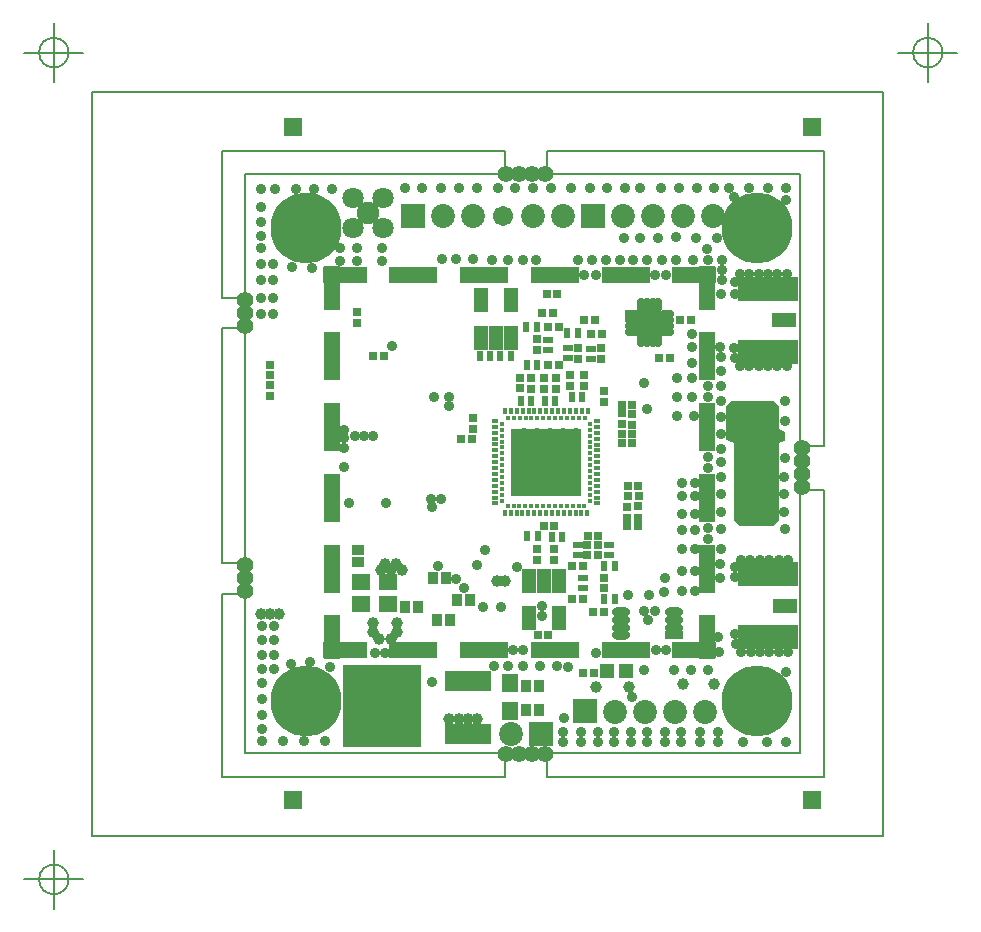
<source format=gts>
G04 (created by PCBNEW-RS274X (2012-08-04 BZR 3667)-testing) date 10/19/2012 6:39:08 PM*
%MOIN*%
G04 Gerber Fmt 3.4, Leading zero omitted, Abs format*
%FSLAX34Y34*%
G01*
G70*
G90*
G04 APERTURE LIST*
%ADD10C,0.0017*%
%ADD11C,0.0059*%
%ADD12C,0.0077*%
%ADD13C,0.0395*%
%ADD14C,0.0357*%
%ADD15C,0.0554*%
%ADD16R,0.0592X0.0592*%
%ADD17R,0.055X0.0588*%
%ADD18R,0.0588X0.055*%
%ADD19R,0.0273X0.0253*%
%ADD20R,0.0253X0.0273*%
%ADD21R,0.0337X0.0218*%
%ADD22R,0.0218X0.0337*%
%ADD23R,0.0353X0.0392*%
%ADD24R,0.0392X0.0353*%
%ADD25R,0.0273X0.0273*%
%ADD26C,0.2365*%
%ADD27R,0.1571X0.0704*%
%ADD28R,0.2594X0.2752*%
%ADD29R,0.0514X0.0514*%
%ADD30R,0.1649X0.0546*%
%ADD31R,0.1453X0.0546*%
%ADD32R,0.0546X0.1453*%
%ADD33R,0.0546X0.1649*%
%ADD34R,0.2049X0.0789*%
%ADD35R,0.0789X0.0475*%
%ADD36C,0.071*%
%ADD37C,0.075*%
%ADD38C,0.0797*%
%ADD39C,0.0675*%
%ADD40R,0.0797X0.0797*%
%ADD41R,0.0626X0.0304*%
%ADD42O,0.0626X0.0304*%
%ADD43R,0.0453X0.0803*%
%ADD44R,0.0823X0.0823*%
%ADD45O,0.0271X0.0489*%
%ADD46O,0.0276X0.0489*%
%ADD47O,0.0272X0.0489*%
%ADD48O,0.0489X0.0272*%
%ADD49R,0.0489X0.0272*%
%ADD50O,0.0489X0.0276*%
%ADD51R,0.0357X0.0409*%
%ADD52R,0.022X0.0314*%
%ADD53R,0.0476X0.0295*%
%ADD54R,0.0527X0.0295*%
%ADD55R,0.0554X0.0295*%
%ADD56R,0.0759X0.0295*%
%ADD57R,0.0219X0.0295*%
%ADD58R,0.0219X0.0283*%
%ADD59R,0.022X0.0295*%
%ADD60R,0.0219X0.0371*%
%ADD61R,0.0219X0.0542*%
%ADD62R,0.0219X0.0504*%
%ADD63R,0.0219X0.0294*%
%ADD64R,0.0219X0.0409*%
%ADD65R,0.0219X0.058*%
%ADD66R,0.0219X0.0675*%
%ADD67R,0.0219X0.0789*%
%ADD68R,0.0219X0.0846*%
%ADD69R,0.0219X0.0903*%
%ADD70R,0.0219X0.0979*%
%ADD71R,0.0219X0.0485*%
%ADD72R,0.0219X0.0447*%
%ADD73R,0.0219X0.0428*%
%ADD74R,0.0219X0.039*%
%ADD75R,0.0219X0.0333*%
%ADD76R,0.0219X0.0276*%
%ADD77R,0.0219X0.0238*%
%ADD78R,0.0219X0.0637*%
%ADD79R,0.0219X0.0751*%
%ADD80R,0.0219X0.0314*%
%ADD81R,0.0219X0.0257*%
%ADD82R,0.022X0.034*%
%ADD83R,0.0219X0.0535*%
%ADD84R,0.0219X0.0352*%
%ADD85R,0.0219X0.0561*%
%ADD86R,0.0219X0.0599*%
%ADD87R,0.0219X0.0523*%
%ADD88R,0.0219X0.0466*%
%ADD89R,0.0791X0.0295*%
%ADD90R,0.0357X0.0295*%
%ADD91R,0.022X0.058*%
%ADD92R,0.0219X0.0618*%
%ADD93R,0.0495X0.0295*%
%ADD94R,0.0417X0.0295*%
%ADD95R,0.0924X0.0295*%
%ADD96R,0.0219X0.3981*%
%ADD97R,0.0235X0.0393*%
%ADD98R,0.0155X0.0155*%
%ADD99R,0.0155X0.0215*%
%ADD100R,0.0215X0.0155*%
%ADD101C,0.0039*%
G04 APERTURE END LIST*
G54D10*
G54D11*
X41831Y-53937D02*
G75*
G03X41831Y-53937I-492J0D01*
G74*
G01*
X40355Y-53937D02*
X42323Y-53937D01*
X41339Y-52953D02*
X41339Y-54921D01*
X70964Y-26378D02*
G75*
G03X70964Y-26378I-492J0D01*
G74*
G01*
X69488Y-26378D02*
X71456Y-26378D01*
X70472Y-25394D02*
X70472Y-27362D01*
X41831Y-26378D02*
G75*
G03X41831Y-26378I-492J0D01*
G74*
G01*
X40355Y-26378D02*
X42323Y-26378D01*
X41339Y-25394D02*
X41339Y-27362D01*
G54D12*
X42606Y-52483D02*
X42606Y-27680D01*
X68983Y-52483D02*
X42606Y-52483D01*
X68983Y-27680D02*
X68983Y-52483D01*
X42606Y-27680D02*
X68983Y-27680D01*
X66228Y-30437D02*
X66228Y-39492D01*
X57764Y-30437D02*
X66228Y-30437D01*
X57764Y-29650D02*
X57764Y-30437D01*
X67016Y-29650D02*
X57764Y-29650D01*
X67016Y-39492D02*
X67016Y-29650D01*
X66228Y-39492D02*
X67016Y-39492D01*
X57764Y-50515D02*
X57764Y-49728D01*
X67016Y-50515D02*
X57764Y-50515D01*
X67016Y-40948D02*
X67016Y-50515D01*
X66228Y-40948D02*
X67016Y-40948D01*
X66228Y-49728D02*
X66228Y-40948D01*
X57764Y-49728D02*
X66228Y-49728D01*
X46936Y-50515D02*
X46936Y-44413D01*
X56386Y-50515D02*
X46936Y-50515D01*
X56386Y-49728D02*
X56386Y-50515D01*
X47724Y-49728D02*
X56386Y-49728D01*
X47724Y-44413D02*
X47724Y-49728D01*
X46936Y-44413D02*
X47724Y-44413D01*
X46936Y-43390D02*
X46936Y-35555D01*
X47724Y-43390D02*
X46936Y-43390D01*
X47724Y-35555D02*
X47724Y-43390D01*
X46936Y-35555D02*
X47724Y-35555D01*
X47724Y-30437D02*
X47724Y-34570D01*
X46936Y-34570D02*
X47724Y-34570D01*
X46936Y-29648D02*
X46936Y-34570D01*
X46936Y-29648D02*
X56384Y-29648D01*
X56384Y-29648D02*
X56384Y-30437D01*
X47724Y-30437D02*
X56384Y-30437D01*
G54D13*
X56102Y-43975D03*
G54D14*
X61013Y-44997D03*
X61363Y-45005D03*
X61158Y-45292D03*
X61386Y-35540D03*
X61024Y-35536D03*
X61024Y-35198D03*
X61394Y-35193D03*
X56791Y-43535D03*
X63583Y-34409D03*
G54D15*
X47725Y-34630D03*
X47725Y-35063D03*
X47725Y-35496D03*
X47725Y-44335D03*
X47725Y-43902D03*
X47725Y-43469D03*
X66268Y-39571D03*
X66268Y-40004D03*
X66268Y-40437D03*
X66268Y-40870D03*
G54D16*
X49299Y-51303D03*
X49299Y-51303D03*
X66622Y-51303D03*
X66622Y-51303D03*
X66621Y-28862D03*
X66621Y-28862D03*
G54D14*
X58299Y-40354D03*
X58299Y-39921D03*
X58082Y-40138D03*
X58515Y-40138D03*
X61129Y-38252D03*
X61011Y-37386D03*
X63553Y-36201D03*
X63571Y-36520D03*
X63571Y-36993D03*
X52273Y-32898D03*
X52272Y-33331D03*
X51445Y-33331D03*
X51446Y-32898D03*
X59398Y-33803D03*
X59005Y-33804D03*
X61367Y-33804D03*
X61760Y-33803D03*
X64005Y-31204D03*
X65736Y-31283D03*
X53610Y-30890D03*
X53059Y-30890D03*
X59791Y-30889D03*
X59201Y-30889D03*
X58571Y-30889D03*
X57901Y-30889D03*
X57311Y-30890D03*
X54240Y-30890D03*
X54831Y-30890D03*
X55461Y-30890D03*
X56130Y-30890D03*
X56721Y-30890D03*
X62783Y-30889D03*
X62193Y-30889D03*
X61563Y-30889D03*
X60893Y-30889D03*
X60382Y-30890D03*
X63335Y-30890D03*
X63846Y-30889D03*
X64516Y-30889D03*
X65146Y-30889D03*
X65736Y-30889D03*
X63127Y-32925D03*
X63138Y-33292D03*
X63600Y-33280D03*
X62655Y-33280D03*
X63453Y-32544D03*
X61484Y-32544D03*
X62065Y-32532D03*
X60894Y-32544D03*
X62744Y-32544D03*
X60658Y-33292D03*
X61120Y-33280D03*
X62065Y-33280D03*
X61603Y-33292D03*
X59752Y-33292D03*
X60214Y-33280D03*
X55953Y-33291D03*
X55312Y-33271D03*
X60343Y-32544D03*
X59269Y-33280D03*
X56465Y-33291D03*
X56965Y-33280D03*
X54289Y-33271D03*
X54762Y-33271D03*
X58807Y-33292D03*
X57410Y-33291D03*
X50618Y-30929D03*
X50895Y-32898D03*
X50894Y-33331D03*
X49281Y-33527D03*
X50028Y-30929D03*
X49950Y-33567D03*
X49398Y-30929D03*
X48728Y-30929D03*
X48256Y-35103D03*
X48650Y-35102D03*
X48650Y-34552D03*
X48256Y-34552D03*
X48256Y-33410D03*
X48650Y-33410D03*
X48650Y-33961D03*
X48256Y-33961D03*
X48255Y-32898D03*
X48255Y-32504D03*
X48255Y-32032D03*
X48255Y-31520D03*
X48256Y-30929D03*
X52627Y-36166D03*
X51995Y-39173D03*
X51680Y-39173D03*
X51365Y-39173D03*
X51010Y-39212D03*
X51004Y-38953D03*
X51012Y-39551D03*
X51012Y-40181D03*
X55718Y-42968D03*
X55450Y-43472D03*
X54248Y-41252D03*
X53937Y-41520D03*
X53925Y-41248D03*
X52413Y-41387D03*
X51196Y-41394D03*
X63602Y-33632D03*
X63612Y-33967D03*
X64016Y-36220D03*
X64043Y-36559D03*
X64035Y-34409D03*
X64043Y-34039D03*
X65462Y-33764D03*
X65776Y-33764D03*
X65146Y-33764D03*
X64832Y-33764D03*
X64202Y-33764D03*
X64516Y-33764D03*
X64516Y-36835D03*
X64202Y-36835D03*
X64832Y-36835D03*
X65146Y-36835D03*
X65776Y-36835D03*
X65462Y-36835D03*
X65697Y-42268D03*
X65696Y-41677D03*
X65696Y-41087D03*
X65696Y-40535D03*
X65697Y-37977D03*
X65697Y-38646D03*
X65697Y-39906D03*
X63570Y-40024D03*
X63570Y-39591D03*
X63571Y-39079D03*
X63571Y-38528D03*
X63571Y-37977D03*
X63570Y-42937D03*
X63570Y-40535D03*
X63570Y-41087D03*
X63570Y-41677D03*
X63571Y-42268D03*
X63137Y-42584D03*
X63138Y-42230D03*
X63138Y-39867D03*
X63137Y-40221D03*
X63136Y-37859D03*
X63137Y-37505D03*
X62626Y-36717D03*
X62626Y-36205D03*
X62626Y-35772D03*
X62626Y-37229D03*
X62626Y-37858D03*
X63571Y-37504D03*
X62114Y-38488D03*
X62665Y-38488D03*
X62114Y-37858D03*
X62114Y-37229D03*
X61169Y-44473D03*
X61721Y-43882D03*
X61681Y-44355D03*
X62274Y-40728D03*
X62271Y-41166D03*
X62271Y-41756D03*
X62271Y-42307D03*
X62271Y-44315D03*
X62272Y-43646D03*
X62271Y-42937D03*
X62704Y-42307D03*
X62704Y-41756D03*
X62704Y-41166D03*
X62697Y-40728D03*
X62704Y-42937D03*
X62705Y-43646D03*
X62704Y-44315D03*
X58732Y-40354D03*
X57866Y-40354D03*
X57433Y-40354D03*
X57000Y-40354D03*
X56783Y-40571D03*
X57216Y-40571D03*
X57653Y-40571D03*
X58082Y-40571D03*
X58515Y-40571D03*
X58515Y-41004D03*
X58082Y-41004D03*
X57653Y-41004D03*
X57216Y-41004D03*
X56783Y-41004D03*
X57000Y-40787D03*
X57433Y-40787D03*
X58299Y-40787D03*
X57866Y-40787D03*
X58732Y-40787D03*
X58732Y-39921D03*
X57866Y-39921D03*
X57433Y-39921D03*
X57000Y-39921D03*
X56783Y-40138D03*
X57216Y-40138D03*
X57653Y-40138D03*
X58515Y-39705D03*
X58082Y-39705D03*
X57653Y-39705D03*
X57216Y-39705D03*
X56783Y-39705D03*
X57000Y-39488D03*
X57433Y-39488D03*
X58299Y-39488D03*
X57866Y-39488D03*
X58732Y-39488D03*
X58732Y-39055D03*
X57866Y-39055D03*
X58299Y-39055D03*
X57433Y-39055D03*
X57000Y-39055D03*
X56783Y-39272D03*
X57216Y-39272D03*
X57653Y-39272D03*
X58082Y-39272D03*
X58515Y-39272D03*
X64055Y-43533D03*
X64045Y-43858D03*
X64555Y-43282D03*
X64241Y-43282D03*
X64871Y-43282D03*
X65185Y-43282D03*
X65815Y-43282D03*
X65501Y-43282D03*
X65510Y-46353D03*
X65824Y-46353D03*
X65194Y-46353D03*
X64880Y-46353D03*
X64065Y-46083D03*
X64035Y-45758D03*
X63514Y-46358D03*
X64250Y-46353D03*
X64564Y-46353D03*
X63553Y-43435D03*
X63553Y-43907D03*
X63494Y-45856D03*
X60472Y-44461D03*
X57598Y-45152D03*
X57598Y-44837D03*
X56249Y-44866D03*
X55658Y-44866D03*
X54516Y-38173D03*
X54516Y-37858D03*
X54005Y-37858D03*
X55028Y-44236D03*
X54162Y-43488D03*
X54756Y-43909D03*
X65736Y-47032D03*
X64319Y-49355D03*
X65736Y-49355D03*
X65106Y-49355D03*
X60622Y-47855D03*
X62889Y-49028D03*
X62889Y-49343D03*
X63480Y-49343D03*
X63480Y-49028D03*
X60566Y-49028D03*
X60566Y-49343D03*
X61118Y-49343D03*
X61118Y-49028D03*
X62260Y-49028D03*
X62260Y-49343D03*
X61709Y-49343D03*
X61709Y-49028D03*
X59465Y-49028D03*
X59465Y-49343D03*
X60016Y-49343D03*
X60016Y-49028D03*
X58914Y-49028D03*
X58914Y-49343D03*
X58323Y-49343D03*
X58323Y-49028D03*
X58335Y-48567D03*
X63138Y-46953D03*
X62587Y-46953D03*
X61012Y-46941D03*
X62004Y-46957D03*
X58465Y-46850D03*
X58099Y-46835D03*
X57547Y-46835D03*
X56996Y-46835D03*
X56484Y-46835D03*
X56012Y-46835D03*
X53932Y-47357D03*
X59417Y-46406D03*
X61760Y-46284D03*
X61406Y-46284D03*
X56642Y-46284D03*
X56996Y-46284D03*
X52378Y-46382D03*
X52031Y-46382D03*
X50539Y-46873D03*
X49870Y-46676D03*
X49240Y-46755D03*
X48295Y-45968D03*
X48689Y-45968D03*
X48689Y-45496D03*
X48295Y-45496D03*
X48295Y-46441D03*
X48689Y-46441D03*
X48689Y-46913D03*
X48295Y-46913D03*
X48295Y-47386D03*
X48295Y-47937D03*
X48295Y-48449D03*
X48295Y-48921D03*
X48295Y-49315D03*
X48965Y-49315D03*
X49673Y-49315D03*
X50382Y-49315D03*
G54D13*
X48861Y-45087D03*
X48546Y-45087D03*
X48231Y-45087D03*
X52389Y-43424D03*
X52744Y-43424D03*
X52941Y-43620D03*
X52586Y-43621D03*
X52782Y-45375D03*
X52782Y-45690D03*
X52584Y-45927D03*
X52190Y-45927D03*
X51994Y-45690D03*
X51994Y-45375D03*
G54D17*
X56532Y-48310D03*
X56532Y-47406D03*
G54D18*
X51568Y-44036D03*
X52472Y-44036D03*
X51568Y-44772D03*
X52472Y-44772D03*
G54D19*
X51445Y-35036D03*
X51445Y-35406D03*
G54D20*
X61870Y-36559D03*
X61500Y-36559D03*
G54D19*
X60461Y-41890D03*
X60461Y-41520D03*
X55299Y-38559D03*
X55299Y-38929D03*
X60827Y-41504D03*
X60827Y-41874D03*
X60618Y-38784D03*
X60618Y-38414D03*
X60264Y-38402D03*
X60264Y-38772D03*
X59665Y-38024D03*
X59665Y-37654D03*
G54D21*
X58799Y-43133D03*
X58799Y-42793D03*
X57825Y-35952D03*
X57825Y-36292D03*
X59843Y-43123D03*
X59843Y-42783D03*
G54D22*
X58800Y-35740D03*
X58460Y-35740D03*
X57442Y-36787D03*
X57102Y-36787D03*
G54D21*
X58472Y-36568D03*
X58472Y-36228D03*
G54D22*
X57434Y-35512D03*
X57094Y-35512D03*
X58957Y-37870D03*
X58617Y-37870D03*
G54D21*
X59252Y-36247D03*
X59252Y-36587D03*
G54D22*
X58296Y-42520D03*
X57956Y-42520D03*
X57123Y-42500D03*
X57463Y-42500D03*
X59692Y-44606D03*
X60032Y-44606D03*
G54D21*
X58976Y-44225D03*
X58976Y-43885D03*
G54D22*
X59692Y-43484D03*
X60032Y-43484D03*
X57237Y-37984D03*
X56897Y-37984D03*
X56568Y-36500D03*
X56228Y-36500D03*
X55550Y-36496D03*
X55890Y-36496D03*
X58044Y-37992D03*
X57704Y-37992D03*
G54D23*
X57078Y-47500D03*
X57508Y-47500D03*
X57088Y-48284D03*
X57518Y-48284D03*
X54542Y-45276D03*
X54112Y-45276D03*
G54D24*
X51469Y-43372D03*
X51469Y-42943D03*
G54D23*
X53057Y-44851D03*
X53487Y-44851D03*
X55215Y-44638D03*
X54785Y-44638D03*
X53990Y-43882D03*
X54420Y-43882D03*
G54D25*
X59016Y-35305D03*
X59370Y-35305D03*
X59327Y-45031D03*
X59681Y-45031D03*
X58976Y-44606D03*
X58622Y-44606D03*
X59693Y-43878D03*
X59693Y-44232D03*
X58976Y-43504D03*
X58622Y-43504D03*
X59124Y-42776D03*
X59124Y-43130D03*
X59488Y-42776D03*
X59488Y-43130D03*
X59130Y-42477D03*
X59484Y-42477D03*
X59577Y-36584D03*
X59577Y-36230D03*
X57469Y-45799D03*
X57823Y-45799D03*
X57622Y-35059D03*
X57976Y-35059D03*
X58004Y-42933D03*
X58004Y-43287D03*
X57461Y-42933D03*
X57461Y-43287D03*
X57667Y-42165D03*
X58021Y-42165D03*
X59012Y-37480D03*
X59012Y-37126D03*
X59248Y-35744D03*
X59602Y-35744D03*
X58799Y-36575D03*
X58799Y-36221D03*
X57441Y-36289D03*
X57441Y-35935D03*
X51976Y-36496D03*
X52330Y-36496D03*
X57825Y-35522D03*
X58179Y-35522D03*
X58071Y-37579D03*
X58071Y-37225D03*
X57677Y-37579D03*
X57677Y-37225D03*
X57260Y-37575D03*
X57260Y-37221D03*
X57825Y-36781D03*
X58179Y-36781D03*
X57764Y-34433D03*
X58118Y-34433D03*
X56874Y-37567D03*
X56874Y-37213D03*
X58547Y-37480D03*
X58547Y-37126D03*
X62217Y-35299D03*
X62571Y-35299D03*
X48532Y-37130D03*
X48532Y-36776D03*
X48532Y-37457D03*
X48532Y-37811D03*
X60264Y-38110D03*
X60618Y-38110D03*
X60268Y-39083D03*
X60622Y-39083D03*
X60264Y-39406D03*
X60618Y-39406D03*
X60473Y-40831D03*
X60827Y-40831D03*
X60461Y-42173D03*
X60815Y-42173D03*
X55283Y-39252D03*
X54929Y-39252D03*
X60481Y-41173D03*
X60835Y-41173D03*
G54D26*
X49752Y-32228D03*
X64791Y-32228D03*
X64791Y-47975D03*
X49752Y-47975D03*
G54D27*
X55145Y-49107D03*
G54D28*
X52271Y-48173D03*
G54D27*
X55145Y-47309D03*
G54D13*
X56378Y-43975D03*
X52232Y-43621D03*
G54D20*
X59347Y-47051D03*
X58977Y-47051D03*
G54D29*
X60421Y-46992D03*
X59791Y-46992D03*
G54D13*
X52112Y-49195D03*
X51720Y-49197D03*
X52507Y-49197D03*
X51325Y-49197D03*
X52902Y-49197D03*
X51325Y-48802D03*
X51325Y-48410D03*
X51325Y-48015D03*
X51325Y-47622D03*
X51325Y-47267D03*
X51720Y-47267D03*
X52114Y-47267D03*
X52507Y-47267D03*
X52900Y-47267D03*
X52900Y-47622D03*
X52900Y-48015D03*
X52900Y-48410D03*
X52900Y-48802D03*
G54D16*
X49299Y-28862D03*
X49299Y-28862D03*
G54D15*
X56426Y-49768D03*
X56859Y-49768D03*
X57292Y-49768D03*
X57726Y-49768D03*
X56425Y-30437D03*
X56858Y-30437D03*
X57291Y-30437D03*
X57725Y-30437D03*
G54D13*
X54516Y-48607D03*
X54831Y-48607D03*
X55146Y-48607D03*
X55461Y-48607D03*
X59419Y-47520D03*
X60512Y-47510D03*
X62312Y-47426D03*
X63336Y-47426D03*
G54D30*
X60400Y-33783D03*
X58038Y-33783D03*
X55676Y-33783D03*
X53313Y-33783D03*
G54D31*
X51051Y-33783D03*
G54D32*
X50599Y-34235D03*
G54D33*
X63116Y-36500D03*
X63116Y-38862D03*
X63116Y-41223D03*
X63116Y-43587D03*
G54D31*
X62663Y-46301D03*
G54D32*
X63116Y-45847D03*
X50599Y-45847D03*
G54D31*
X51051Y-46301D03*
G54D30*
X53313Y-46301D03*
X55676Y-46301D03*
X58038Y-46301D03*
X60400Y-46301D03*
G54D33*
X50599Y-43587D03*
X50599Y-41223D03*
X50599Y-38862D03*
X50599Y-36500D03*
G54D31*
X62663Y-33783D03*
G54D32*
X63116Y-34235D03*
G54D34*
X65161Y-43763D03*
X65161Y-45867D03*
G54D35*
X65711Y-44815D03*
G54D34*
X65145Y-34246D03*
X65145Y-36350D03*
G54D35*
X65695Y-35298D03*
G54D36*
X51299Y-32217D03*
X52299Y-32217D03*
X52299Y-31217D03*
X51299Y-31217D03*
G54D37*
X51799Y-31717D03*
G54D38*
X58307Y-31834D03*
X57307Y-31834D03*
G54D39*
X56307Y-31834D03*
G54D38*
X55307Y-31834D03*
G54D40*
X53307Y-31814D03*
G54D38*
X54307Y-31834D03*
G54D40*
X57576Y-49079D03*
G54D38*
X56576Y-49079D03*
G54D41*
X62005Y-45800D03*
G54D42*
X62005Y-45543D03*
X62005Y-45289D03*
X62005Y-45032D03*
X60235Y-45032D03*
X60235Y-45289D03*
X60235Y-45543D03*
X60235Y-45800D03*
G54D43*
X57164Y-43981D03*
X57664Y-43981D03*
X58164Y-43981D03*
X58164Y-45232D03*
X57164Y-45232D03*
G54D44*
X61200Y-35379D03*
G54D45*
X61298Y-34799D03*
G54D46*
X61102Y-34799D03*
G54D45*
X60905Y-34799D03*
G54D46*
X61495Y-34799D03*
X61102Y-35959D03*
G54D47*
X60905Y-35960D03*
X61298Y-35960D03*
X61495Y-35960D03*
G54D48*
X60619Y-35281D03*
G54D49*
X60619Y-35084D03*
G54D48*
X60619Y-35477D03*
X60619Y-35674D03*
G54D50*
X61780Y-35281D03*
G54D48*
X61781Y-35084D03*
X61781Y-35477D03*
X61781Y-35674D03*
G54D43*
X56579Y-35874D03*
X56079Y-35874D03*
X55579Y-35874D03*
X55579Y-34623D03*
X56579Y-34623D03*
G54D51*
X65303Y-39141D03*
G54D52*
X65063Y-40479D03*
G54D53*
X64551Y-40832D03*
G54D54*
X64905Y-40832D03*
G54D55*
X64890Y-41137D03*
G54D56*
X64791Y-41438D03*
G54D57*
X65437Y-39141D03*
G54D58*
X64362Y-40940D03*
G54D59*
X64377Y-41328D03*
G54D58*
X64358Y-41334D03*
G54D60*
X64378Y-41479D03*
G54D61*
X65043Y-39587D03*
G54D62*
X65059Y-39606D03*
G54D57*
X65063Y-40224D03*
G54D59*
X65044Y-40224D03*
G54D63*
X65059Y-39826D03*
G54D64*
X63960Y-38571D03*
G54D65*
X63979Y-38561D03*
G54D66*
X63998Y-38571D03*
G54D67*
X64017Y-38571D03*
G54D68*
X64036Y-38561D03*
G54D69*
X64055Y-38571D03*
G54D70*
X64074Y-38571D03*
G54D71*
X64093Y-38837D03*
X64093Y-38305D03*
G54D72*
X64112Y-38875D03*
X64112Y-38267D03*
G54D73*
X64131Y-38903D03*
G54D64*
X64131Y-38229D03*
G54D74*
X64150Y-38922D03*
G54D60*
X64150Y-38210D03*
G54D75*
X64169Y-38932D03*
X64169Y-38210D03*
G54D57*
X64188Y-38932D03*
G54D72*
X64188Y-38571D03*
G54D76*
X64188Y-38200D03*
G54D77*
X64207Y-38941D03*
G54D61*
X64207Y-38561D03*
G54D77*
X64207Y-38200D03*
G54D78*
X64226Y-38571D03*
G54D66*
X64245Y-38571D03*
G54D79*
X64264Y-38571D03*
G54D73*
X64283Y-38751D03*
G54D64*
X64283Y-38381D03*
G54D60*
X64302Y-38780D03*
X64302Y-38362D03*
G54D80*
X64321Y-38789D03*
X64321Y-38352D03*
G54D81*
X64340Y-38799D03*
X64340Y-38343D03*
G54D75*
X64359Y-41915D03*
G54D82*
X64358Y-41464D03*
G54D83*
X64362Y-40712D03*
G54D80*
X64359Y-40024D03*
G54D62*
X64359Y-39606D03*
G54D57*
X64359Y-38571D03*
G54D84*
X64378Y-41905D03*
G54D57*
X64378Y-40946D03*
G54D85*
X64378Y-40699D03*
G54D84*
X64378Y-40024D03*
G54D61*
X64378Y-39587D03*
G54D64*
X64378Y-38571D03*
G54D84*
X64397Y-41905D03*
G54D60*
X64397Y-41478D03*
G54D57*
X64397Y-41326D03*
X64397Y-40946D03*
G54D65*
X64397Y-40689D03*
G54D84*
X64397Y-40024D03*
G54D65*
X64397Y-39568D03*
G54D71*
X64397Y-38571D03*
G54D84*
X64416Y-41905D03*
G54D60*
X64416Y-41478D03*
G54D57*
X64416Y-41307D03*
X64416Y-40965D03*
G54D86*
X64416Y-40680D03*
G54D84*
X64416Y-40024D03*
G54D86*
X64416Y-39559D03*
G54D87*
X64416Y-38571D03*
G54D60*
X64435Y-41896D03*
X64435Y-41478D03*
G54D57*
X64435Y-41307D03*
X64435Y-40965D03*
G54D75*
X64435Y-40528D03*
G54D60*
X64435Y-40034D03*
G54D84*
X64435Y-39416D03*
G54D57*
X64435Y-38685D03*
X64435Y-38457D03*
G54D60*
X64454Y-41896D03*
X64454Y-41478D03*
G54D57*
X64454Y-41288D03*
X64454Y-40984D03*
G54D80*
X64454Y-40499D03*
G54D74*
X64454Y-40024D03*
G54D75*
X64454Y-39388D03*
G54D77*
X64454Y-38694D03*
X64454Y-38447D03*
G54D60*
X64473Y-41896D03*
G54D74*
X64473Y-41487D03*
G54D57*
X64473Y-41288D03*
X64473Y-40984D03*
X64473Y-40490D03*
G54D76*
X64473Y-40081D03*
G54D57*
X64473Y-39977D03*
G54D80*
X64473Y-39359D03*
G54D60*
X64492Y-41896D03*
G54D74*
X64492Y-41487D03*
G54D57*
X64492Y-41269D03*
G54D76*
X64492Y-40993D03*
G54D57*
X64492Y-40490D03*
X64492Y-40091D03*
G54D76*
X64492Y-39967D03*
G54D80*
X64492Y-39359D03*
G54D74*
X64511Y-41886D03*
X64511Y-41487D03*
G54D57*
X64511Y-41269D03*
X64511Y-41003D03*
X64511Y-40471D03*
X64511Y-40091D03*
X64511Y-39958D03*
G54D80*
X64511Y-39340D03*
G54D76*
X64530Y-41829D03*
G54D74*
X64530Y-41487D03*
G54D57*
X64530Y-41250D03*
G54D76*
X64530Y-41012D03*
G54D57*
X64530Y-40471D03*
X64530Y-40091D03*
X64530Y-39958D03*
X64530Y-39331D03*
G54D76*
X64549Y-41829D03*
G54D64*
X64549Y-41497D03*
G54D57*
X64549Y-41250D03*
X64549Y-41022D03*
X64549Y-40471D03*
G54D76*
X64549Y-40100D03*
G54D57*
X64549Y-39958D03*
X64549Y-39331D03*
X64568Y-41820D03*
X64568Y-41554D03*
X64568Y-41231D03*
G54D76*
X64568Y-41031D03*
G54D57*
X64568Y-40471D03*
X64568Y-40110D03*
G54D76*
X64568Y-39948D03*
G54D88*
X64568Y-38789D03*
G54D62*
X64568Y-38333D03*
G54D76*
X64587Y-41810D03*
X64587Y-41563D03*
G54D57*
X64587Y-41231D03*
X64587Y-41041D03*
X64587Y-40471D03*
X64587Y-40110D03*
X64587Y-39939D03*
G54D71*
X64587Y-38780D03*
G54D62*
X64587Y-38333D03*
G54D76*
X64606Y-41810D03*
G54D57*
X64606Y-41573D03*
X64606Y-41212D03*
G54D76*
X64606Y-41050D03*
G54D57*
X64606Y-40490D03*
G54D76*
X64606Y-40119D03*
G54D57*
X64606Y-39939D03*
G54D87*
X64606Y-38761D03*
G54D62*
X64606Y-38333D03*
G54D76*
X64625Y-41810D03*
G54D57*
X64625Y-41573D03*
X64625Y-41212D03*
X64625Y-41060D03*
G54D80*
X64625Y-40499D03*
G54D57*
X64625Y-40129D03*
X64625Y-39939D03*
G54D87*
X64625Y-38761D03*
G54D62*
X64625Y-38333D03*
G54D57*
X64644Y-41801D03*
X64644Y-41573D03*
X64644Y-41193D03*
G54D76*
X64644Y-41069D03*
G54D80*
X64644Y-40518D03*
G54D57*
X64644Y-40129D03*
X64644Y-39920D03*
G54D75*
X64644Y-38647D03*
G54D76*
X64663Y-41791D03*
X64663Y-41582D03*
G54D74*
X64663Y-41126D03*
G54D84*
X64663Y-40537D03*
G54D57*
X64663Y-40129D03*
X64663Y-39920D03*
X64663Y-38628D03*
G54D76*
X64682Y-41791D03*
G54D57*
X64682Y-41592D03*
G54D60*
X64682Y-41136D03*
G54D86*
X64682Y-40680D03*
G54D76*
X64682Y-40138D03*
G54D57*
X64682Y-39920D03*
X64682Y-38609D03*
G54D76*
X64701Y-41791D03*
G54D57*
X64701Y-41592D03*
G54D84*
X64701Y-41126D03*
G54D65*
X64701Y-40689D03*
G54D57*
X64701Y-40148D03*
X64701Y-39901D03*
G54D89*
X64704Y-39711D03*
G54D90*
X64701Y-38875D03*
G54D57*
X64701Y-38609D03*
G54D90*
X64701Y-38438D03*
G54D57*
X64720Y-41782D03*
G54D76*
X64720Y-41601D03*
G54D75*
X64720Y-41136D03*
G54D61*
X64720Y-40708D03*
G54D57*
X64720Y-40148D03*
X64720Y-39901D03*
G54D76*
X64720Y-38618D03*
G54D56*
X64791Y-41934D03*
G54D76*
X64739Y-41772D03*
X64739Y-41601D03*
G54D87*
X64739Y-40718D03*
G54D57*
X64739Y-40148D03*
X64739Y-39901D03*
X64739Y-38628D03*
G54D76*
X64758Y-41772D03*
G54D57*
X64758Y-41611D03*
X64758Y-40604D03*
G54D80*
X64758Y-40157D03*
G54D57*
X64758Y-39901D03*
G54D80*
X64758Y-38637D03*
G54D57*
X64777Y-41763D03*
X64777Y-41611D03*
G54D80*
X64777Y-40594D03*
G54D91*
X64777Y-40024D03*
G54D87*
X64777Y-38761D03*
G54D72*
X64777Y-38362D03*
G54D76*
X64796Y-41753D03*
X64796Y-41620D03*
G54D57*
X64796Y-40585D03*
G54D65*
X64796Y-40024D03*
G54D62*
X64796Y-38770D03*
G54D72*
X64796Y-38362D03*
G54D76*
X64815Y-41753D03*
X64815Y-41620D03*
G54D80*
X64815Y-40575D03*
G54D65*
X64815Y-40024D03*
G54D71*
X64815Y-38780D03*
G54D72*
X64815Y-38362D03*
G54D76*
X64834Y-41753D03*
G54D57*
X64834Y-41630D03*
G54D80*
X64834Y-40575D03*
G54D92*
X64834Y-40024D03*
G54D93*
X64701Y-39311D03*
G54D88*
X64834Y-38789D03*
G54D72*
X64834Y-38362D03*
G54D57*
X64853Y-41744D03*
X64853Y-41630D03*
X64853Y-40566D03*
X64853Y-40186D03*
X64853Y-39863D03*
G54D80*
X64853Y-39321D03*
X64853Y-38694D03*
G54D76*
X64872Y-41734D03*
X64872Y-41639D03*
G54D80*
X64872Y-40556D03*
G54D57*
X64872Y-40186D03*
X64872Y-39863D03*
X64872Y-39331D03*
X64872Y-38685D03*
G54D60*
X64891Y-41687D03*
G54D57*
X64891Y-40547D03*
X64891Y-40205D03*
X64891Y-39863D03*
G54D80*
X64891Y-39340D03*
G54D57*
X64891Y-38685D03*
G54D60*
X64910Y-41687D03*
G54D80*
X64910Y-40537D03*
G54D57*
X64910Y-40205D03*
X64910Y-39844D03*
X64910Y-39350D03*
X64910Y-38666D03*
G54D84*
X64929Y-41696D03*
G54D80*
X64929Y-40537D03*
G54D57*
X64929Y-40205D03*
X64929Y-39844D03*
G54D80*
X64929Y-39359D03*
G54D57*
X64929Y-38666D03*
G54D75*
X64948Y-41687D03*
G54D57*
X64948Y-40528D03*
X64948Y-40205D03*
X64948Y-39844D03*
G54D80*
X64948Y-39378D03*
G54D57*
X64948Y-38647D03*
G54D94*
X64945Y-38438D03*
G54D75*
X64967Y-41687D03*
G54D80*
X64967Y-40518D03*
G54D57*
X64967Y-40224D03*
X64967Y-39825D03*
G54D84*
X64967Y-39397D03*
G54D94*
X64945Y-38875D03*
G54D57*
X64967Y-38647D03*
G54D75*
X64986Y-41687D03*
G54D57*
X64986Y-40509D03*
G54D95*
X64712Y-40345D03*
G54D57*
X64986Y-40224D03*
X64986Y-39825D03*
G54D80*
X64986Y-39701D03*
G54D64*
X64986Y-39445D03*
G54D57*
X64986Y-39141D03*
X64986Y-38628D03*
X65005Y-41687D03*
G54D80*
X65005Y-40499D03*
G54D57*
X65005Y-40224D03*
X65005Y-39825D03*
G54D86*
X65005Y-39559D03*
G54D75*
X65005Y-39141D03*
G54D57*
X65005Y-38628D03*
X65024Y-41687D03*
X65024Y-40490D03*
X65024Y-40224D03*
X65024Y-39825D03*
G54D85*
X65024Y-39578D03*
G54D60*
X65024Y-39141D03*
G54D76*
X65024Y-38618D03*
G54D57*
X65043Y-41687D03*
G54D80*
X65043Y-40480D03*
G54D63*
X65043Y-39826D03*
G54D57*
X65043Y-38609D03*
G54D81*
X65062Y-41687D03*
G54D51*
X65110Y-39141D03*
G54D96*
X65195Y-40091D03*
X65214Y-40091D03*
X65233Y-40091D03*
G54D74*
X65386Y-39141D03*
G54D60*
X65404Y-39141D03*
G54D75*
X65421Y-39141D03*
G54D97*
X58242Y-40948D03*
X58242Y-40580D03*
X58242Y-40216D03*
X58242Y-39845D03*
X58242Y-39480D03*
X58242Y-39113D03*
X58437Y-39113D03*
X58439Y-39480D03*
X58439Y-39845D03*
X58439Y-40216D03*
X58439Y-40580D03*
X58439Y-40948D03*
X58827Y-40948D03*
X58827Y-40580D03*
X58827Y-40216D03*
X58827Y-39845D03*
X58827Y-39480D03*
X58827Y-39113D03*
X58630Y-39113D03*
X58630Y-39480D03*
X58630Y-39845D03*
X58630Y-40216D03*
X58630Y-40580D03*
X58630Y-40948D03*
X57462Y-40948D03*
X57462Y-40580D03*
X57462Y-40216D03*
X57462Y-39845D03*
X57462Y-39480D03*
X57462Y-39113D03*
X57657Y-39113D03*
X57659Y-39480D03*
X57659Y-39845D03*
X57659Y-40216D03*
X57659Y-40580D03*
X57659Y-40948D03*
X58047Y-40948D03*
X58047Y-40580D03*
X58047Y-40216D03*
X58047Y-39845D03*
X58047Y-39480D03*
X58047Y-39113D03*
X57850Y-39113D03*
X57850Y-39480D03*
X57850Y-39845D03*
X57850Y-40216D03*
X57850Y-40580D03*
X57850Y-40948D03*
X57067Y-40948D03*
X57067Y-40580D03*
X57067Y-40216D03*
X57067Y-39845D03*
X57067Y-39480D03*
X57067Y-39113D03*
X57264Y-39113D03*
X57265Y-39480D03*
X57265Y-39845D03*
X57265Y-40216D03*
X57265Y-40580D03*
X57265Y-40948D03*
X56875Y-40948D03*
X56875Y-40580D03*
X56875Y-40216D03*
X56875Y-39845D03*
X56875Y-39480D03*
X56875Y-39113D03*
G54D98*
X58836Y-38554D03*
X59033Y-38554D03*
X58638Y-38554D03*
X58441Y-38554D03*
X58245Y-38554D03*
X58048Y-38554D03*
X57851Y-38554D03*
X57655Y-38554D03*
X57458Y-38554D03*
X57260Y-38554D03*
X57063Y-38554D03*
X56866Y-38554D03*
X56671Y-38554D03*
G54D99*
X59130Y-38330D03*
X58933Y-38330D03*
X58738Y-38330D03*
X58541Y-38330D03*
X58343Y-38330D03*
X58146Y-38330D03*
X57950Y-38330D03*
X57753Y-38330D03*
X57556Y-38330D03*
X57360Y-38330D03*
X57163Y-38330D03*
X56966Y-38330D03*
X56768Y-38330D03*
X56571Y-38330D03*
G54D98*
X56473Y-38554D03*
G54D100*
X59453Y-38653D03*
G54D98*
X59228Y-38753D03*
G54D100*
X59453Y-38852D03*
X59453Y-39048D03*
X59453Y-39245D03*
X59453Y-39442D03*
X59453Y-39638D03*
X59451Y-39835D03*
X59453Y-40032D03*
X59453Y-40228D03*
X59453Y-40427D03*
X59453Y-40622D03*
X59453Y-40820D03*
X59453Y-41017D03*
X59453Y-41212D03*
X59453Y-41400D03*
G54D98*
X59228Y-38950D03*
X59228Y-39145D03*
X59228Y-39343D03*
X59228Y-39540D03*
X59228Y-39737D03*
X59228Y-39933D03*
X59228Y-40132D03*
X59228Y-40327D03*
X59228Y-40523D03*
X59228Y-40722D03*
X59228Y-40918D03*
X59228Y-41312D03*
X59228Y-41115D03*
X58830Y-41505D03*
X59026Y-41505D03*
X58633Y-41505D03*
X58436Y-41505D03*
X58238Y-41505D03*
X58043Y-41505D03*
X57846Y-41505D03*
X57648Y-41505D03*
X57451Y-41505D03*
X57255Y-41505D03*
X57058Y-41505D03*
X56860Y-41505D03*
X56665Y-41505D03*
G54D99*
X59123Y-41730D03*
X58926Y-41730D03*
X58731Y-41730D03*
X58535Y-41730D03*
X58338Y-41730D03*
X58141Y-41730D03*
X57943Y-41730D03*
X57746Y-41730D03*
X57550Y-41729D03*
X57353Y-41730D03*
X57156Y-41730D03*
X56960Y-41730D03*
X56763Y-41730D03*
X56566Y-41730D03*
G54D98*
X56468Y-41505D03*
G54D99*
X56368Y-41730D03*
X56374Y-38330D03*
G54D100*
X56051Y-38652D03*
G54D98*
X56276Y-38751D03*
G54D100*
X56051Y-38849D03*
X56051Y-39046D03*
X56051Y-39243D03*
X56051Y-39440D03*
X56051Y-39637D03*
X56051Y-39833D03*
X56051Y-40030D03*
X56051Y-40227D03*
X56051Y-40424D03*
X56051Y-40621D03*
X56051Y-40818D03*
X56051Y-41015D03*
X56051Y-41210D03*
X56051Y-41407D03*
G54D98*
X56276Y-38948D03*
X56276Y-39144D03*
X56276Y-39341D03*
X56276Y-39538D03*
X56276Y-39735D03*
X56276Y-39932D03*
X56276Y-40129D03*
X56276Y-40326D03*
X56276Y-40522D03*
X56276Y-40719D03*
X56276Y-40916D03*
X56276Y-41310D03*
X56276Y-41113D03*
G54D97*
X56679Y-39113D03*
X56679Y-39480D03*
X56679Y-39845D03*
X56679Y-40216D03*
X56679Y-40580D03*
X56679Y-40948D03*
G54D38*
X63314Y-31834D03*
X62314Y-31834D03*
X61314Y-31834D03*
G54D40*
X59314Y-31814D03*
G54D38*
X60314Y-31834D03*
X63043Y-48350D03*
X62043Y-48350D03*
X61043Y-48350D03*
G54D40*
X59043Y-48330D03*
G54D38*
X60043Y-48350D03*
G54D10*
G36*
X50799Y-34890D02*
X50799Y-33984D01*
X51705Y-33984D01*
X51705Y-33583D01*
X50398Y-33583D01*
X50398Y-34890D01*
X50799Y-34890D01*
X50799Y-34890D01*
G37*
G54D101*
X50799Y-34890D02*
X50799Y-33984D01*
X51705Y-33984D01*
X51705Y-33583D01*
X50398Y-33583D01*
X50398Y-34890D01*
X50799Y-34890D01*
G54D10*
G36*
X54063Y-33984D02*
X54063Y-33583D01*
X52563Y-33583D01*
X52563Y-33984D01*
X54063Y-33984D01*
X54063Y-33984D01*
G37*
G54D101*
X54063Y-33984D02*
X54063Y-33583D01*
X52563Y-33583D01*
X52563Y-33984D01*
X54063Y-33984D01*
G54D10*
G36*
X56425Y-33984D02*
X56425Y-33583D01*
X54925Y-33583D01*
X54925Y-33981D01*
X56425Y-33984D01*
X56425Y-33984D01*
G37*
G54D101*
X56425Y-33984D02*
X56425Y-33583D01*
X54925Y-33583D01*
X54925Y-33981D01*
X56425Y-33984D01*
G54D10*
G36*
X58788Y-33984D02*
X58788Y-33583D01*
X57288Y-33583D01*
X57288Y-33981D01*
X58788Y-33984D01*
X58788Y-33984D01*
G37*
G54D101*
X58788Y-33984D02*
X58788Y-33583D01*
X57288Y-33583D01*
X57288Y-33981D01*
X58788Y-33984D01*
G54D10*
G36*
X61154Y-33984D02*
X61154Y-33583D01*
X59654Y-33583D01*
X59654Y-33981D01*
X61154Y-33984D01*
X61154Y-33984D01*
G37*
G54D101*
X61154Y-33984D02*
X61154Y-33583D01*
X59654Y-33583D01*
X59654Y-33981D01*
X61154Y-33984D01*
G54D10*
G36*
X54067Y-46504D02*
X54067Y-46103D01*
X52567Y-46103D01*
X52567Y-46501D01*
X54067Y-46504D01*
X54067Y-46504D01*
G37*
G54D101*
X54067Y-46504D02*
X54067Y-46103D01*
X52567Y-46103D01*
X52567Y-46501D01*
X54067Y-46504D01*
G54D10*
G36*
X56429Y-46504D02*
X56429Y-46103D01*
X54929Y-46103D01*
X54929Y-46501D01*
X56429Y-46504D01*
X56429Y-46504D01*
G37*
G54D101*
X56429Y-46504D02*
X56429Y-46103D01*
X54929Y-46103D01*
X54929Y-46501D01*
X56429Y-46504D01*
G54D10*
G36*
X58791Y-46504D02*
X58791Y-46103D01*
X57291Y-46103D01*
X57291Y-46501D01*
X58791Y-46504D01*
X58791Y-46504D01*
G37*
G54D101*
X58791Y-46504D02*
X58791Y-46103D01*
X57291Y-46103D01*
X57291Y-46501D01*
X58791Y-46504D01*
G54D10*
G36*
X61153Y-46503D02*
X61153Y-46102D01*
X59653Y-46102D01*
X59653Y-46500D01*
X61153Y-46503D01*
X61153Y-46503D01*
G37*
G54D101*
X61153Y-46503D02*
X61153Y-46102D01*
X59653Y-46102D01*
X59653Y-46500D01*
X61153Y-46503D01*
G54D10*
G36*
X63315Y-34886D02*
X63315Y-33583D01*
X62012Y-33583D01*
X62012Y-33984D01*
X62917Y-33984D01*
X62917Y-34886D01*
X63315Y-34886D01*
X63315Y-34886D01*
G37*
G54D101*
X63315Y-34886D02*
X63315Y-33583D01*
X62012Y-33583D01*
X62012Y-33984D01*
X62917Y-33984D01*
X62917Y-34886D01*
X63315Y-34886D01*
G54D10*
G36*
X63315Y-46500D02*
X63315Y-45193D01*
X62917Y-45193D01*
X62917Y-46103D01*
X62012Y-46103D01*
X62012Y-46500D01*
X63315Y-46500D01*
X63315Y-46500D01*
G37*
G54D101*
X63315Y-46500D02*
X63315Y-45193D01*
X62917Y-45193D01*
X62917Y-46103D01*
X62012Y-46103D01*
X62012Y-46500D01*
X63315Y-46500D01*
G54D10*
G36*
X51705Y-46500D02*
X51705Y-46103D01*
X50799Y-46103D01*
X50799Y-45193D01*
X50398Y-45193D01*
X50398Y-46500D01*
X51705Y-46500D01*
X51705Y-46500D01*
G37*
G54D101*
X51705Y-46500D02*
X51705Y-46103D01*
X50799Y-46103D01*
X50799Y-45193D01*
X50398Y-45193D01*
X50398Y-46500D01*
X51705Y-46500D01*
G54D10*
G36*
X50799Y-37252D02*
X50799Y-35748D01*
X50398Y-35748D01*
X50398Y-37252D01*
X50799Y-37252D01*
X50799Y-37252D01*
G37*
G54D101*
X50799Y-37252D02*
X50799Y-35748D01*
X50398Y-35748D01*
X50398Y-37252D01*
X50799Y-37252D01*
G54D10*
G36*
X63315Y-37252D02*
X63315Y-35748D01*
X62917Y-35748D01*
X62917Y-37252D01*
X63315Y-37252D01*
X63315Y-37252D01*
G37*
G54D101*
X63315Y-37252D02*
X63315Y-35748D01*
X62917Y-35748D01*
X62917Y-37252D01*
X63315Y-37252D01*
G54D10*
G36*
X63315Y-41972D02*
X63315Y-40468D01*
X62917Y-40468D01*
X62917Y-41972D01*
X63315Y-41972D01*
X63315Y-41972D01*
G37*
G54D101*
X63315Y-41972D02*
X63315Y-40468D01*
X62917Y-40468D01*
X62917Y-41972D01*
X63315Y-41972D01*
G54D10*
G36*
X50799Y-39614D02*
X50799Y-38110D01*
X50401Y-38110D01*
X50401Y-39614D01*
X50799Y-39614D01*
X50799Y-39614D01*
G37*
G54D101*
X50799Y-39614D02*
X50799Y-38110D01*
X50401Y-38110D01*
X50401Y-39614D01*
X50799Y-39614D01*
G54D10*
G36*
X63315Y-39614D02*
X63315Y-38110D01*
X62917Y-38110D01*
X62917Y-39614D01*
X63315Y-39614D01*
X63315Y-39614D01*
G37*
G54D101*
X63315Y-39614D02*
X63315Y-38110D01*
X62917Y-38110D01*
X62917Y-39614D01*
X63315Y-39614D01*
G54D10*
G36*
X63316Y-44338D02*
X63316Y-42834D01*
X62918Y-42834D01*
X62918Y-44338D01*
X63316Y-44338D01*
X63316Y-44338D01*
G37*
G54D101*
X63316Y-44338D02*
X63316Y-42834D01*
X62918Y-42834D01*
X62918Y-44338D01*
X63316Y-44338D01*
G54D10*
G36*
X50800Y-44338D02*
X50800Y-42834D01*
X50402Y-42834D01*
X50402Y-44338D01*
X50800Y-44338D01*
X50800Y-44338D01*
G37*
G54D101*
X50800Y-44338D02*
X50800Y-42834D01*
X50402Y-42834D01*
X50402Y-44338D01*
X50800Y-44338D01*
G54D10*
G36*
X50800Y-41972D02*
X50800Y-40468D01*
X50402Y-40468D01*
X50402Y-41972D01*
X50800Y-41972D01*
X50800Y-41972D01*
G37*
G54D101*
X50800Y-41972D02*
X50800Y-40468D01*
X50402Y-40468D01*
X50402Y-41972D01*
X50800Y-41972D01*
G54D10*
G36*
X65315Y-42126D02*
X65472Y-41969D01*
X65472Y-39370D01*
X65669Y-39291D01*
X65669Y-39016D01*
X65472Y-38937D01*
X65472Y-38150D01*
X65315Y-37992D01*
X63898Y-37992D01*
X63740Y-38150D01*
X63740Y-39252D01*
X64016Y-39370D01*
X64016Y-41969D01*
X64173Y-42126D01*
X65315Y-42126D01*
X65315Y-42126D01*
G37*
G54D101*
X65315Y-42126D02*
X65472Y-41969D01*
X65472Y-39370D01*
X65669Y-39291D01*
X65669Y-39016D01*
X65472Y-38937D01*
X65472Y-38150D01*
X65315Y-37992D01*
X63898Y-37992D01*
X63740Y-38150D01*
X63740Y-39252D01*
X64016Y-39370D01*
X64016Y-41969D01*
X64173Y-42126D01*
X65315Y-42126D01*
M02*

</source>
